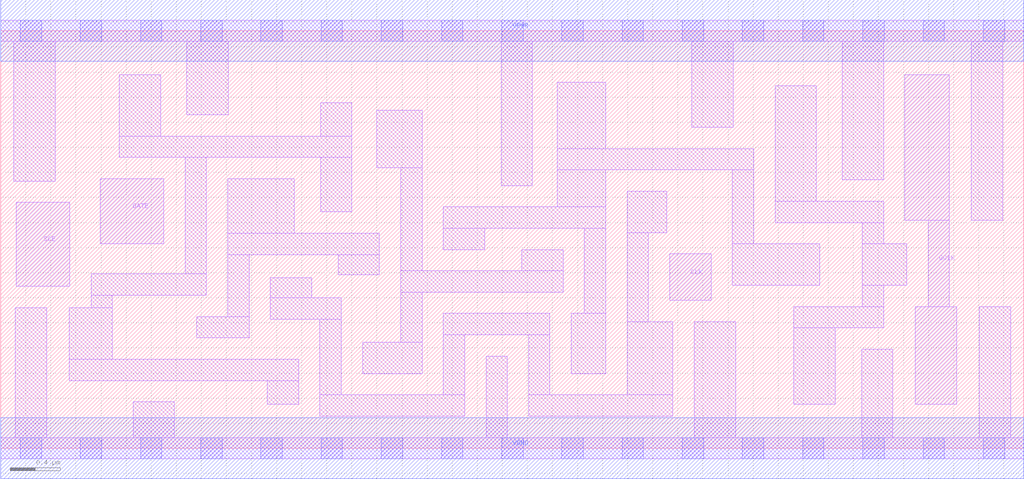
<source format=lef>
# Copyright 2020 The SkyWater PDK Authors
#
# Licensed under the Apache License, Version 2.0 (the "License");
# you may not use this file except in compliance with the License.
# You may obtain a copy of the License at
#
#     https://www.apache.org/licenses/LICENSE-2.0
#
# Unless required by applicable law or agreed to in writing, software
# distributed under the License is distributed on an "AS IS" BASIS,
# WITHOUT WARRANTIES OR CONDITIONS OF ANY KIND, either express or implied.
# See the License for the specific language governing permissions and
# limitations under the License.
#
# SPDX-License-Identifier: Apache-2.0

VERSION 5.7 ;
  NOWIREEXTENSIONATPIN ON ;
  DIVIDERCHAR "/" ;
  BUSBITCHARS "[]" ;
UNITS
  DATABASE MICRONS 200 ;
END UNITS
MACRO sky130_fd_sc_hs__sdlclkp_2
  CLASS CORE ;
  FOREIGN sky130_fd_sc_hs__sdlclkp_2 ;
  ORIGIN  0.000000  0.000000 ;
  SIZE  8.160000 BY  3.330000 ;
  SYMMETRY X Y ;
  SITE unit ;
  PIN GATE
    ANTENNAGATEAREA  0.208500 ;
    DIRECTION INPUT ;
    USE SIGNAL ;
    PORT
      LAYER li1 ;
        RECT 0.795000 1.630000 1.300000 2.150000 ;
    END
  END GATE
  PIN GCLK
    ANTENNADIFFAREA  0.543200 ;
    DIRECTION OUTPUT ;
    USE SIGNAL ;
    PORT
      LAYER li1 ;
        RECT 7.210000 1.820000 7.565000 2.980000 ;
        RECT 7.295000 0.350000 7.625000 1.130000 ;
        RECT 7.395000 1.130000 7.565000 1.820000 ;
    END
  END GCLK
  PIN SCE
    ANTENNAGATEAREA  0.208500 ;
    DIRECTION INPUT ;
    USE SIGNAL ;
    PORT
      LAYER li1 ;
        RECT 0.125000 1.290000 0.550000 1.960000 ;
    END
  END SCE
  PIN CLK
    ANTENNAGATEAREA  0.498000 ;
    DIRECTION INPUT ;
    USE CLOCK ;
    PORT
      LAYER li1 ;
        RECT 5.335000 1.180000 5.665000 1.550000 ;
    END
  END CLK
  PIN VGND
    DIRECTION INOUT ;
    USE GROUND ;
    PORT
      LAYER met1 ;
        RECT 0.000000 -0.245000 8.160000 0.245000 ;
    END
  END VGND
  PIN VPWR
    DIRECTION INOUT ;
    USE POWER ;
    PORT
      LAYER met1 ;
        RECT 0.000000 3.085000 8.160000 3.575000 ;
    END
  END VPWR
  OBS
    LAYER li1 ;
      RECT 0.000000 -0.085000 8.160000 0.085000 ;
      RECT 0.000000  3.245000 8.160000 3.415000 ;
      RECT 0.105000  2.130000 0.435000 3.245000 ;
      RECT 0.115000  0.085000 0.365000 1.120000 ;
      RECT 0.545000  0.540000 2.375000 0.710000 ;
      RECT 0.545000  0.710000 0.890000 1.120000 ;
      RECT 0.720000  1.120000 0.890000 1.220000 ;
      RECT 0.720000  1.220000 1.640000 1.390000 ;
      RECT 0.945000  2.320000 2.800000 2.490000 ;
      RECT 0.945000  2.490000 1.275000 2.980000 ;
      RECT 1.055000  0.085000 1.385000 0.370000 ;
      RECT 1.470000  1.390000 1.640000 2.320000 ;
      RECT 1.485000  2.660000 1.815000 3.245000 ;
      RECT 1.565000  0.880000 1.980000 1.050000 ;
      RECT 1.810000  1.050000 1.980000 1.545000 ;
      RECT 1.810000  1.545000 3.020000 1.715000 ;
      RECT 1.810000  1.715000 2.340000 2.150000 ;
      RECT 2.125000  0.350000 2.375000 0.540000 ;
      RECT 2.150000  1.030000 2.715000 1.200000 ;
      RECT 2.150000  1.200000 2.480000 1.360000 ;
      RECT 2.545000  0.255000 3.700000 0.425000 ;
      RECT 2.545000  0.425000 2.715000 1.030000 ;
      RECT 2.550000  1.885000 2.800000 2.320000 ;
      RECT 2.550000  2.490000 2.800000 2.755000 ;
      RECT 2.690000  1.385000 3.020000 1.545000 ;
      RECT 2.885000  0.595000 3.360000 0.845000 ;
      RECT 3.000000  2.235000 3.360000 2.695000 ;
      RECT 3.190000  0.845000 3.360000 1.245000 ;
      RECT 3.190000  1.245000 4.485000 1.415000 ;
      RECT 3.190000  1.415000 3.360000 2.235000 ;
      RECT 3.530000  0.425000 3.700000 0.905000 ;
      RECT 3.530000  0.905000 4.380000 1.075000 ;
      RECT 3.530000  1.585000 3.860000 1.755000 ;
      RECT 3.530000  1.755000 4.825000 1.925000 ;
      RECT 3.870000  0.085000 4.040000 0.735000 ;
      RECT 3.990000  2.095000 4.240000 3.245000 ;
      RECT 4.155000  1.415000 4.485000 1.585000 ;
      RECT 4.210000  0.255000 5.360000 0.425000 ;
      RECT 4.210000  0.425000 4.380000 0.905000 ;
      RECT 4.440000  1.925000 4.825000 2.220000 ;
      RECT 4.440000  2.220000 6.005000 2.390000 ;
      RECT 4.440000  2.390000 4.825000 2.920000 ;
      RECT 4.550000  0.595000 4.825000 1.075000 ;
      RECT 4.655000  1.075000 4.825000 1.755000 ;
      RECT 4.995000  0.425000 5.360000 1.010000 ;
      RECT 4.995000  1.010000 5.165000 1.720000 ;
      RECT 4.995000  1.720000 5.310000 2.050000 ;
      RECT 5.510000  2.560000 5.840000 3.245000 ;
      RECT 5.530000  0.085000 5.860000 1.010000 ;
      RECT 5.835000  1.300000 6.530000 1.630000 ;
      RECT 5.835000  1.630000 6.005000 2.220000 ;
      RECT 6.175000  1.800000 7.040000 1.970000 ;
      RECT 6.175000  1.970000 6.505000 2.890000 ;
      RECT 6.325000  0.350000 6.655000 0.960000 ;
      RECT 6.325000  0.960000 7.040000 1.130000 ;
      RECT 6.710000  2.140000 7.040000 3.245000 ;
      RECT 6.865000  0.085000 7.115000 0.790000 ;
      RECT 6.870000  1.130000 7.040000 1.300000 ;
      RECT 6.870000  1.300000 7.225000 1.630000 ;
      RECT 6.870000  1.630000 7.040000 1.800000 ;
      RECT 7.740000  1.820000 7.990000 3.245000 ;
      RECT 7.805000  0.085000 8.055000 1.130000 ;
    LAYER mcon ;
      RECT 0.155000 -0.085000 0.325000 0.085000 ;
      RECT 0.155000  3.245000 0.325000 3.415000 ;
      RECT 0.635000 -0.085000 0.805000 0.085000 ;
      RECT 0.635000  3.245000 0.805000 3.415000 ;
      RECT 1.115000 -0.085000 1.285000 0.085000 ;
      RECT 1.115000  3.245000 1.285000 3.415000 ;
      RECT 1.595000 -0.085000 1.765000 0.085000 ;
      RECT 1.595000  3.245000 1.765000 3.415000 ;
      RECT 2.075000 -0.085000 2.245000 0.085000 ;
      RECT 2.075000  3.245000 2.245000 3.415000 ;
      RECT 2.555000 -0.085000 2.725000 0.085000 ;
      RECT 2.555000  3.245000 2.725000 3.415000 ;
      RECT 3.035000 -0.085000 3.205000 0.085000 ;
      RECT 3.035000  3.245000 3.205000 3.415000 ;
      RECT 3.515000 -0.085000 3.685000 0.085000 ;
      RECT 3.515000  3.245000 3.685000 3.415000 ;
      RECT 3.995000 -0.085000 4.165000 0.085000 ;
      RECT 3.995000  3.245000 4.165000 3.415000 ;
      RECT 4.475000 -0.085000 4.645000 0.085000 ;
      RECT 4.475000  3.245000 4.645000 3.415000 ;
      RECT 4.955000 -0.085000 5.125000 0.085000 ;
      RECT 4.955000  3.245000 5.125000 3.415000 ;
      RECT 5.435000 -0.085000 5.605000 0.085000 ;
      RECT 5.435000  3.245000 5.605000 3.415000 ;
      RECT 5.915000 -0.085000 6.085000 0.085000 ;
      RECT 5.915000  3.245000 6.085000 3.415000 ;
      RECT 6.395000 -0.085000 6.565000 0.085000 ;
      RECT 6.395000  3.245000 6.565000 3.415000 ;
      RECT 6.875000 -0.085000 7.045000 0.085000 ;
      RECT 6.875000  3.245000 7.045000 3.415000 ;
      RECT 7.355000 -0.085000 7.525000 0.085000 ;
      RECT 7.355000  3.245000 7.525000 3.415000 ;
      RECT 7.835000 -0.085000 8.005000 0.085000 ;
      RECT 7.835000  3.245000 8.005000 3.415000 ;
  END
END sky130_fd_sc_hs__sdlclkp_2
END LIBRARY

</source>
